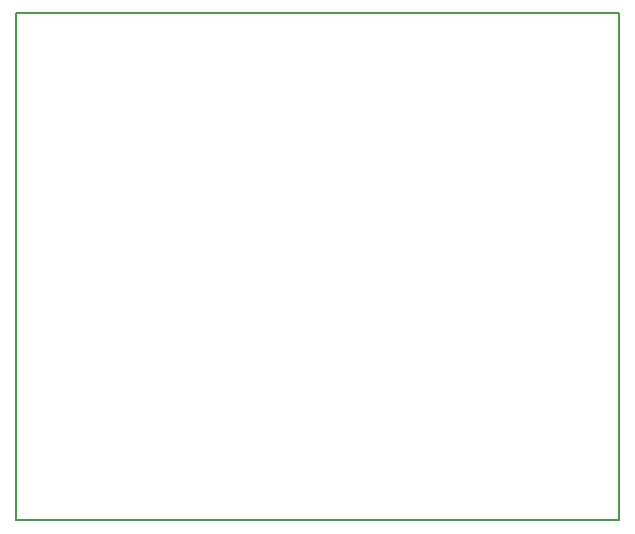
<source format=gbr>
G04 #@! TF.FileFunction,Legend,Bot*
%FSLAX46Y46*%
G04 Gerber Fmt 4.6, Leading zero omitted, Abs format (unit mm)*
G04 Created by KiCad (PCBNEW 4.1.0-alpha+201605262346+6832~44~ubuntu15.10.1-product) date Sun May 29 23:57:47 2016*
%MOMM*%
%LPD*%
G01*
G04 APERTURE LIST*
%ADD10C,0.050000*%
%ADD11C,0.150000*%
G04 APERTURE END LIST*
D10*
D11*
X124206000Y-141478000D02*
X123444000Y-141478000D01*
X124206000Y-98552000D02*
X123444000Y-98552000D01*
X124206000Y-98552000D02*
X129413000Y-98552000D01*
X123444000Y-141478000D02*
X123444000Y-98552000D01*
X174498000Y-141478000D02*
X124206000Y-141478000D01*
X174498000Y-98552000D02*
X174498000Y-141478000D01*
X129413000Y-98552000D02*
X174498000Y-98552000D01*
M02*

</source>
